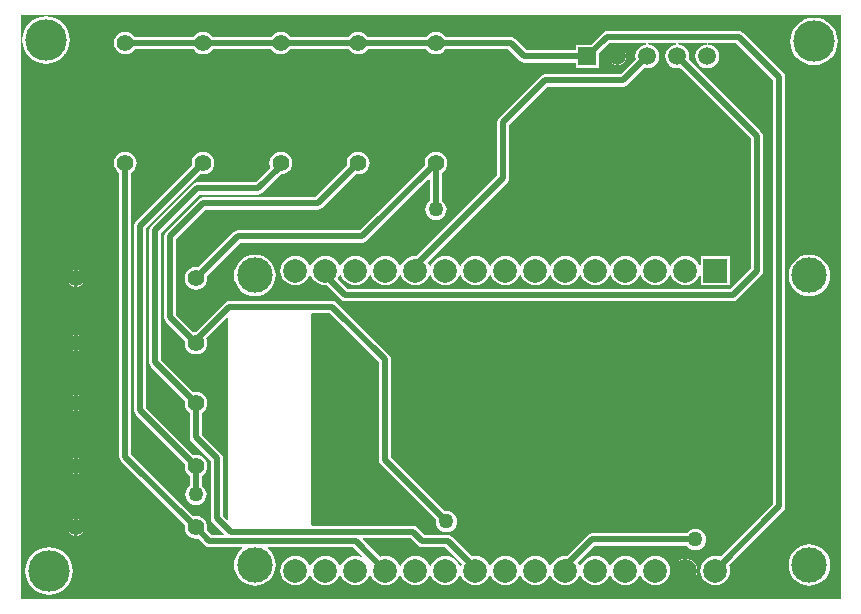
<source format=gtl>
G04 Layer_Physical_Order=1*
G04 Layer_Color=255*
%FSLAX25Y25*%
%MOIN*%
G70*
G01*
G75*
%ADD10C,0.01969*%
%ADD11C,0.01000*%
%ADD12R,0.07874X0.07874*%
%ADD13C,0.07874*%
%ADD14C,0.11811*%
%ADD15C,0.05512*%
%ADD16C,0.13780*%
%ADD17R,0.05906X0.05906*%
%ADD18C,0.05906*%
%ADD19C,0.05000*%
%ADD20C,0.02559*%
G36*
X484471Y213029D02*
X211029D01*
X211029Y407971D01*
X484471D01*
Y213029D01*
D02*
G37*
%LPC*%
G36*
X232214Y257000D02*
X230000D01*
Y254786D01*
X230219Y254815D01*
X230890Y255093D01*
X231466Y255535D01*
X231907Y256110D01*
X232185Y256781D01*
X232214Y257000D01*
D02*
G37*
G36*
X229000Y260214D02*
X228781Y260185D01*
X228110Y259907D01*
X227535Y259466D01*
X227093Y258890D01*
X226815Y258219D01*
X226786Y258000D01*
X229000D01*
Y260214D01*
D02*
G37*
G36*
X323625Y362288D02*
X322644Y362159D01*
X321731Y361781D01*
X320946Y361179D01*
X320344Y360394D01*
X319966Y359481D01*
X319837Y358500D01*
X319945Y357681D01*
X309287Y347023D01*
X272000D01*
X271226Y346869D01*
X270569Y346431D01*
X259569Y335431D01*
X259131Y334774D01*
X258977Y334000D01*
Y307000D01*
X259131Y306226D01*
X259569Y305569D01*
X265820Y299319D01*
X265712Y298500D01*
X265841Y297519D01*
X266219Y296606D01*
X266821Y295821D01*
X267606Y295219D01*
X268519Y294841D01*
X269500Y294712D01*
X270480Y294841D01*
X271394Y295219D01*
X272179Y295821D01*
X272781Y296606D01*
X273159Y297519D01*
X273288Y298500D01*
X273159Y299481D01*
X272932Y300029D01*
X279802Y306900D01*
X280264Y306708D01*
Y239810D01*
X279802Y239619D01*
X278523Y240898D01*
Y260000D01*
X278369Y260774D01*
X277931Y261431D01*
X271523Y267838D01*
Y275318D01*
X272179Y275821D01*
X272781Y276606D01*
X273159Y277519D01*
X273288Y278500D01*
X273159Y279481D01*
X272781Y280394D01*
X272179Y281179D01*
X271394Y281781D01*
X270480Y282159D01*
X269500Y282288D01*
X268681Y282181D01*
X258023Y292838D01*
Y335162D01*
X270838Y347977D01*
X290209D01*
X290983Y348131D01*
X291639Y348569D01*
X297786Y354716D01*
X298730Y354841D01*
X299644Y355219D01*
X300429Y355821D01*
X301031Y356606D01*
X301409Y357520D01*
X301538Y358500D01*
X301409Y359481D01*
X301031Y360394D01*
X300429Y361179D01*
X299644Y361781D01*
X298730Y362159D01*
X297750Y362288D01*
X296769Y362159D01*
X295856Y361781D01*
X295071Y361179D01*
X294469Y360394D01*
X294091Y359481D01*
X293962Y358500D01*
X294091Y357520D01*
X294318Y356971D01*
X289371Y352023D01*
X270000D01*
X269226Y351869D01*
X268569Y351431D01*
X254569Y337431D01*
X254131Y336774D01*
X253977Y336000D01*
Y292000D01*
X254131Y291226D01*
X254569Y290569D01*
X265820Y279319D01*
X265712Y278500D01*
X265841Y277519D01*
X266219Y276606D01*
X266821Y275821D01*
X267477Y275318D01*
Y267000D01*
X267631Y266226D01*
X268069Y265569D01*
X274477Y259162D01*
Y240060D01*
X274631Y239286D01*
X275069Y238629D01*
X278714Y234985D01*
X278522Y234523D01*
X274838D01*
X273181Y236181D01*
X273288Y237000D01*
X273159Y237981D01*
X272781Y238894D01*
X272179Y239679D01*
X271394Y240281D01*
X270480Y240659D01*
X269500Y240788D01*
X268681Y240681D01*
X248023Y261338D01*
Y355318D01*
X248679Y355821D01*
X249281Y356606D01*
X249659Y357520D01*
X249788Y358500D01*
X249659Y359481D01*
X249281Y360394D01*
X248679Y361179D01*
X247894Y361781D01*
X246981Y362159D01*
X246000Y362288D01*
X245020Y362159D01*
X244106Y361781D01*
X243321Y361179D01*
X242719Y360394D01*
X242341Y359481D01*
X242212Y358500D01*
X242341Y357520D01*
X242719Y356606D01*
X243321Y355821D01*
X243977Y355318D01*
Y260500D01*
X244131Y259726D01*
X244569Y259069D01*
X265820Y237819D01*
X265712Y237000D01*
X265841Y236019D01*
X266219Y235106D01*
X266821Y234321D01*
X267606Y233719D01*
X268519Y233341D01*
X269500Y233212D01*
X270319Y233319D01*
X272569Y231069D01*
X273226Y230631D01*
X274000Y230477D01*
X284767D01*
X284946Y229977D01*
X284251Y229407D01*
X283388Y228355D01*
X282747Y227155D01*
X282352Y225854D01*
X282219Y224500D01*
X282352Y223146D01*
X282747Y221845D01*
X283388Y220645D01*
X284251Y219593D01*
X285302Y218730D01*
X286502Y218089D01*
X287804Y217694D01*
X289158Y217561D01*
X290511Y217694D01*
X291813Y218089D01*
X293012Y218730D01*
X294064Y219593D01*
X294927Y220645D01*
X295568Y221845D01*
X295963Y223146D01*
X296096Y224500D01*
X295963Y225854D01*
X295568Y227155D01*
X294927Y228355D01*
X294064Y229407D01*
X293369Y229977D01*
X293548Y230477D01*
X321973D01*
X324802Y227648D01*
X324519Y227224D01*
X323950Y227460D01*
X322661Y227629D01*
X321373Y227460D01*
X320172Y226962D01*
X319140Y226171D01*
X318349Y225139D01*
X317932Y224133D01*
X317391D01*
X316974Y225139D01*
X316182Y226171D01*
X315151Y226962D01*
X313950Y227460D01*
X312661Y227629D01*
X311373Y227460D01*
X310172Y226962D01*
X309140Y226171D01*
X308349Y225139D01*
X307932Y224133D01*
X307391D01*
X306974Y225139D01*
X306183Y226171D01*
X305151Y226962D01*
X303950Y227460D01*
X302661Y227629D01*
X301373Y227460D01*
X300172Y226962D01*
X299140Y226171D01*
X298349Y225139D01*
X297851Y223938D01*
X297682Y222650D01*
X297851Y221361D01*
X298349Y220160D01*
X299140Y219128D01*
X300172Y218337D01*
X301373Y217840D01*
X302661Y217670D01*
X303950Y217840D01*
X305151Y218337D01*
X306183Y219128D01*
X306974Y220160D01*
X307391Y221166D01*
X307932D01*
X308349Y220160D01*
X309140Y219128D01*
X310172Y218337D01*
X311373Y217840D01*
X312661Y217670D01*
X313950Y217840D01*
X315151Y218337D01*
X316182Y219128D01*
X316974Y220160D01*
X317391Y221166D01*
X317932D01*
X318349Y220160D01*
X319140Y219128D01*
X320172Y218337D01*
X321373Y217840D01*
X322661Y217670D01*
X323950Y217840D01*
X325151Y218337D01*
X326183Y219128D01*
X326974Y220160D01*
X327391Y221166D01*
X327932D01*
X328349Y220160D01*
X329140Y219128D01*
X330172Y218337D01*
X331373Y217840D01*
X332661Y217670D01*
X333950Y217840D01*
X335151Y218337D01*
X336182Y219128D01*
X336974Y220160D01*
X337391Y221166D01*
X337932D01*
X338349Y220160D01*
X339140Y219128D01*
X340172Y218337D01*
X341373Y217840D01*
X342661Y217670D01*
X343950Y217840D01*
X345151Y218337D01*
X346182Y219128D01*
X346974Y220160D01*
X347391Y221166D01*
X347932D01*
X348349Y220160D01*
X349140Y219128D01*
X350172Y218337D01*
X351373Y217840D01*
X352661Y217670D01*
X353950Y217840D01*
X355151Y218337D01*
X356183Y219128D01*
X356974Y220160D01*
X357391Y221166D01*
X357932D01*
X358349Y220160D01*
X359140Y219128D01*
X360172Y218337D01*
X361373Y217840D01*
X362661Y217670D01*
X363950Y217840D01*
X365151Y218337D01*
X366182Y219128D01*
X366974Y220160D01*
X367391Y221166D01*
X367932D01*
X368349Y220160D01*
X369140Y219128D01*
X370172Y218337D01*
X371373Y217840D01*
X372661Y217670D01*
X373950Y217840D01*
X375151Y218337D01*
X376183Y219128D01*
X376974Y220160D01*
X377391Y221166D01*
X377932D01*
X378349Y220160D01*
X379140Y219128D01*
X380172Y218337D01*
X381373Y217840D01*
X382661Y217670D01*
X383950Y217840D01*
X385151Y218337D01*
X386182Y219128D01*
X386974Y220160D01*
X387391Y221166D01*
X387932D01*
X388349Y220160D01*
X389140Y219128D01*
X390172Y218337D01*
X391373Y217840D01*
X392661Y217670D01*
X393950Y217840D01*
X395151Y218337D01*
X396182Y219128D01*
X396974Y220160D01*
X397391Y221166D01*
X397932D01*
X398349Y220160D01*
X399140Y219128D01*
X400172Y218337D01*
X401373Y217840D01*
X402661Y217670D01*
X403950Y217840D01*
X405151Y218337D01*
X406182Y219128D01*
X406974Y220160D01*
X407391Y221166D01*
X407932D01*
X408349Y220160D01*
X409140Y219128D01*
X410172Y218337D01*
X411373Y217840D01*
X412661Y217670D01*
X413950Y217840D01*
X415151Y218337D01*
X416183Y219128D01*
X416974Y220160D01*
X417391Y221166D01*
X417932D01*
X418349Y220160D01*
X419140Y219128D01*
X420172Y218337D01*
X421373Y217840D01*
X422661Y217670D01*
X423950Y217840D01*
X425151Y218337D01*
X426183Y219128D01*
X426974Y220160D01*
X427471Y221361D01*
X427641Y222650D01*
X427471Y223938D01*
X426974Y225139D01*
X426183Y226171D01*
X425151Y226962D01*
X423950Y227460D01*
X422661Y227629D01*
X421373Y227460D01*
X420172Y226962D01*
X419140Y226171D01*
X418349Y225139D01*
X417932Y224133D01*
X417391D01*
X416974Y225139D01*
X416183Y226171D01*
X415151Y226962D01*
X413950Y227460D01*
X412661Y227629D01*
X411373Y227460D01*
X410172Y226962D01*
X409140Y226171D01*
X408349Y225139D01*
X407932Y224133D01*
X407391D01*
X406974Y225139D01*
X406182Y226171D01*
X405151Y226962D01*
X403950Y227460D01*
X402661Y227629D01*
X401373Y227460D01*
X400172Y226962D01*
X399140Y226171D01*
X398349Y225139D01*
X397932Y224133D01*
X397391D01*
X396974Y225139D01*
X396768Y225407D01*
X402338Y230977D01*
X433141D01*
X433504Y230504D01*
X434235Y229943D01*
X435086Y229590D01*
X436000Y229470D01*
X436914Y229590D01*
X437765Y229943D01*
X438496Y230504D01*
X439057Y231235D01*
X439410Y232086D01*
X439530Y233000D01*
X439410Y233914D01*
X439057Y234765D01*
X438496Y235496D01*
X437765Y236057D01*
X436914Y236410D01*
X436000Y236530D01*
X435086Y236410D01*
X434235Y236057D01*
X433504Y235496D01*
X433141Y235023D01*
X401500D01*
X400726Y234869D01*
X400069Y234431D01*
X393197Y227559D01*
X392661Y227629D01*
X391373Y227460D01*
X390172Y226962D01*
X389140Y226171D01*
X388349Y225139D01*
X387932Y224133D01*
X387391D01*
X386974Y225139D01*
X386182Y226171D01*
X385151Y226962D01*
X383950Y227460D01*
X382661Y227629D01*
X381373Y227460D01*
X380172Y226962D01*
X379140Y226171D01*
X378349Y225139D01*
X377932Y224133D01*
X377391D01*
X376974Y225139D01*
X376183Y226171D01*
X375151Y226962D01*
X373950Y227460D01*
X372661Y227629D01*
X371373Y227460D01*
X370172Y226962D01*
X369140Y226171D01*
X368349Y225139D01*
X367932Y224133D01*
X367391D01*
X366974Y225139D01*
X366182Y226171D01*
X365151Y226962D01*
X363950Y227460D01*
X362661Y227629D01*
X361398Y227463D01*
X354931Y233931D01*
X354274Y234369D01*
X353500Y234523D01*
X345838D01*
X343431Y236931D01*
X342774Y237369D01*
X342000Y237523D01*
X308219D01*
X307842Y238023D01*
X307854Y238083D01*
Y307728D01*
X307805Y307977D01*
X308032Y308371D01*
X308138Y308477D01*
X314162D01*
X330477Y292162D01*
Y259500D01*
X330631Y258726D01*
X331069Y258069D01*
X349548Y239591D01*
X349470Y239000D01*
X349590Y238086D01*
X349943Y237235D01*
X350504Y236504D01*
X351235Y235943D01*
X352086Y235590D01*
X353000Y235470D01*
X353914Y235590D01*
X354765Y235943D01*
X355496Y236504D01*
X356057Y237235D01*
X356410Y238086D01*
X356530Y239000D01*
X356410Y239914D01*
X356057Y240765D01*
X355496Y241496D01*
X354765Y242057D01*
X353914Y242410D01*
X353000Y242530D01*
X352409Y242452D01*
X334523Y260338D01*
Y293000D01*
X334369Y293774D01*
X333931Y294431D01*
X316431Y311931D01*
X315774Y312369D01*
X315000Y312523D01*
X280541D01*
X279767Y312369D01*
X279111Y311931D01*
X269464Y302284D01*
X268681Y302181D01*
X263023Y307838D01*
Y333162D01*
X272838Y342977D01*
X310125D01*
X310899Y343131D01*
X311556Y343569D01*
X322806Y354819D01*
X323625Y354712D01*
X324605Y354841D01*
X325519Y355219D01*
X326304Y355821D01*
X326906Y356606D01*
X327284Y357520D01*
X327413Y358500D01*
X327284Y359481D01*
X326906Y360394D01*
X326304Y361179D01*
X325519Y361781D01*
X324605Y362159D01*
X323625Y362288D01*
D02*
G37*
G36*
X229000Y257000D02*
X226786D01*
X226815Y256781D01*
X227093Y256110D01*
X227535Y255535D01*
X228110Y255093D01*
X228781Y254815D01*
X229000Y254786D01*
Y257000D01*
D02*
G37*
G36*
X230000Y260214D02*
Y258000D01*
X232214D01*
X232185Y258219D01*
X231907Y258890D01*
X231466Y259466D01*
X230890Y259907D01*
X230219Y260185D01*
X230000Y260214D01*
D02*
G37*
G36*
X229000Y281214D02*
X228781Y281185D01*
X228110Y280907D01*
X227535Y280466D01*
X227093Y279890D01*
X226815Y279219D01*
X226786Y279000D01*
X229000D01*
Y281214D01*
D02*
G37*
G36*
X230000D02*
Y279000D01*
X232214D01*
X232185Y279219D01*
X231907Y279890D01*
X231466Y280466D01*
X230890Y280907D01*
X230219Y281185D01*
X230000Y281214D01*
D02*
G37*
G36*
X229000Y278000D02*
X226786D01*
X226815Y277781D01*
X227093Y277110D01*
X227535Y276535D01*
X228110Y276093D01*
X228781Y275815D01*
X229000Y275786D01*
Y278000D01*
D02*
G37*
G36*
X232214D02*
X230000D01*
Y275786D01*
X230219Y275815D01*
X230890Y276093D01*
X231466Y276535D01*
X231907Y277110D01*
X232185Y277781D01*
X232214Y278000D01*
D02*
G37*
G36*
X230000Y239714D02*
Y237500D01*
X232214D01*
X232185Y237719D01*
X231907Y238390D01*
X231466Y238966D01*
X230890Y239407D01*
X230219Y239685D01*
X230000Y239714D01*
D02*
G37*
G36*
X432161Y222150D02*
X428756D01*
X428826Y221622D01*
X429222Y220664D01*
X429853Y219842D01*
X430676Y219211D01*
X431634Y218814D01*
X432161Y218744D01*
Y222150D01*
D02*
G37*
G36*
X436567D02*
X433161D01*
Y218744D01*
X433689Y218814D01*
X434647Y219211D01*
X435469Y219842D01*
X436100Y220664D01*
X436497Y221622D01*
X436567Y222150D01*
D02*
G37*
G36*
X220500Y230428D02*
X218953Y230276D01*
X217466Y229824D01*
X216095Y229092D01*
X214894Y228106D01*
X213908Y226905D01*
X213176Y225534D01*
X212724Y224047D01*
X212572Y222500D01*
X212724Y220953D01*
X213176Y219466D01*
X213908Y218095D01*
X214894Y216894D01*
X216095Y215908D01*
X217466Y215176D01*
X218953Y214724D01*
X220500Y214572D01*
X222047Y214724D01*
X223534Y215176D01*
X224904Y215908D01*
X226106Y216894D01*
X227092Y218095D01*
X227824Y219466D01*
X228276Y220953D01*
X228428Y222500D01*
X228276Y224047D01*
X227824Y225534D01*
X227092Y226905D01*
X226106Y228106D01*
X224904Y229092D01*
X223534Y229824D01*
X222047Y230276D01*
X220500Y230428D01*
D02*
G37*
G36*
X474000Y231439D02*
X472646Y231306D01*
X471345Y230911D01*
X470145Y230270D01*
X469093Y229407D01*
X468230Y228355D01*
X467589Y227155D01*
X467194Y225854D01*
X467061Y224500D01*
X467194Y223146D01*
X467589Y221845D01*
X468230Y220645D01*
X469093Y219593D01*
X470145Y218730D01*
X471345Y218089D01*
X472646Y217694D01*
X474000Y217561D01*
X475354Y217694D01*
X476655Y218089D01*
X477855Y218730D01*
X478907Y219593D01*
X479770Y220645D01*
X480411Y221845D01*
X480806Y223146D01*
X480939Y224500D01*
X480806Y225854D01*
X480411Y227155D01*
X479770Y228355D01*
X478907Y229407D01*
X477855Y230270D01*
X476655Y230911D01*
X475354Y231306D01*
X474000Y231439D01*
D02*
G37*
G36*
X432161Y226555D02*
X431634Y226485D01*
X430676Y226089D01*
X429853Y225458D01*
X429222Y224635D01*
X428826Y223677D01*
X428756Y223150D01*
X432161D01*
Y226555D01*
D02*
G37*
G36*
X232214Y236500D02*
X230000D01*
Y234286D01*
X230219Y234315D01*
X230890Y234593D01*
X231466Y235034D01*
X231907Y235610D01*
X232185Y236281D01*
X232214Y236500D01*
D02*
G37*
G36*
X229000Y239714D02*
X228781Y239685D01*
X228110Y239407D01*
X227535Y238966D01*
X227093Y238390D01*
X226815Y237719D01*
X226786Y237500D01*
X229000D01*
Y239714D01*
D02*
G37*
G36*
X433161Y226555D02*
Y223150D01*
X436567D01*
X436497Y223677D01*
X436100Y224635D01*
X435469Y225458D01*
X434647Y226089D01*
X433689Y226485D01*
X433161Y226555D01*
D02*
G37*
G36*
X229000Y236500D02*
X226786D01*
X226815Y236281D01*
X227093Y235610D01*
X227535Y235034D01*
X228110Y234593D01*
X228781Y234315D01*
X229000Y234286D01*
Y236500D01*
D02*
G37*
G36*
X475500Y406928D02*
X473953Y406776D01*
X472466Y406324D01*
X471096Y405592D01*
X469894Y404606D01*
X468908Y403405D01*
X468176Y402034D01*
X467724Y400547D01*
X467572Y399000D01*
X467724Y397453D01*
X468176Y395966D01*
X468908Y394596D01*
X469894Y393394D01*
X471096Y392408D01*
X472466Y391675D01*
X473953Y391224D01*
X475500Y391072D01*
X477047Y391224D01*
X478534Y391675D01*
X479905Y392408D01*
X481106Y393394D01*
X482092Y394596D01*
X482825Y395966D01*
X483276Y397453D01*
X483428Y399000D01*
X483276Y400547D01*
X482825Y402034D01*
X482092Y403405D01*
X481106Y404606D01*
X479905Y405592D01*
X478534Y406324D01*
X477047Y406776D01*
X475500Y406928D01*
D02*
G37*
G36*
X409500Y393500D02*
X407088D01*
X407123Y393229D01*
X407421Y392511D01*
X407894Y391894D01*
X408511Y391421D01*
X409229Y391123D01*
X409500Y391088D01*
Y393500D01*
D02*
G37*
G36*
X349500Y362288D02*
X348519Y362159D01*
X347606Y361781D01*
X346821Y361179D01*
X346219Y360394D01*
X345841Y359481D01*
X345712Y358500D01*
X345819Y357681D01*
X324162Y336023D01*
X283500D01*
X282726Y335869D01*
X282069Y335431D01*
X270319Y323680D01*
X269500Y323788D01*
X268519Y323659D01*
X267606Y323281D01*
X266821Y322679D01*
X266219Y321894D01*
X265841Y320981D01*
X265712Y320000D01*
X265841Y319020D01*
X266219Y318106D01*
X266821Y317321D01*
X267606Y316719D01*
X268519Y316341D01*
X269500Y316212D01*
X270480Y316341D01*
X271394Y316719D01*
X272179Y317321D01*
X272781Y318106D01*
X273159Y319020D01*
X273288Y320000D01*
X273181Y320819D01*
X284338Y331977D01*
X325000D01*
X325774Y332131D01*
X326431Y332569D01*
X347015Y353154D01*
X347477Y352962D01*
Y345859D01*
X347004Y345496D01*
X346443Y344765D01*
X346090Y343914D01*
X345970Y343000D01*
X346090Y342086D01*
X346443Y341235D01*
X347004Y340504D01*
X347735Y339943D01*
X348586Y339590D01*
X349500Y339470D01*
X350414Y339590D01*
X351265Y339943D01*
X351996Y340504D01*
X352557Y341235D01*
X352910Y342086D01*
X353030Y343000D01*
X352910Y343914D01*
X352557Y344765D01*
X351996Y345496D01*
X351523Y345859D01*
Y355318D01*
X352179Y355821D01*
X352781Y356606D01*
X353159Y357520D01*
X353288Y358500D01*
X353159Y359481D01*
X352781Y360394D01*
X352179Y361179D01*
X351394Y361781D01*
X350481Y362159D01*
X349500Y362288D01*
D02*
G37*
G36*
X271875D02*
X270895Y362159D01*
X269981Y361781D01*
X269196Y361179D01*
X268594Y360394D01*
X268216Y359481D01*
X268087Y358500D01*
X268195Y357681D01*
X249569Y339056D01*
X249131Y338399D01*
X248977Y337625D01*
Y276000D01*
X249131Y275226D01*
X249569Y274569D01*
X265820Y258319D01*
X265712Y257500D01*
X265841Y256520D01*
X266219Y255606D01*
X266821Y254821D01*
X267477Y254318D01*
Y250859D01*
X267004Y250496D01*
X266443Y249765D01*
X266090Y248914D01*
X265970Y248000D01*
X266090Y247086D01*
X266443Y246235D01*
X267004Y245504D01*
X267735Y244943D01*
X268586Y244590D01*
X269500Y244470D01*
X270414Y244590D01*
X271265Y244943D01*
X271996Y245504D01*
X272557Y246235D01*
X272910Y247086D01*
X273030Y248000D01*
X272910Y248914D01*
X272557Y249765D01*
X271996Y250496D01*
X271523Y250859D01*
Y254318D01*
X272179Y254821D01*
X272781Y255606D01*
X273159Y256520D01*
X273288Y257500D01*
X273159Y258481D01*
X272781Y259394D01*
X272179Y260179D01*
X271394Y260781D01*
X270480Y261159D01*
X269500Y261288D01*
X268681Y261180D01*
X253023Y276838D01*
Y336787D01*
X271056Y354819D01*
X271875Y354712D01*
X272855Y354841D01*
X273769Y355219D01*
X274554Y355821D01*
X275156Y356606D01*
X275534Y357520D01*
X275663Y358500D01*
X275534Y359481D01*
X275156Y360394D01*
X274554Y361179D01*
X273769Y361781D01*
X272855Y362159D01*
X271875Y362288D01*
D02*
G37*
G36*
X412912Y393500D02*
X410500D01*
Y391088D01*
X410771Y391123D01*
X411489Y391421D01*
X412106Y391894D01*
X412579Y392511D01*
X412877Y393229D01*
X412912Y393500D01*
D02*
G37*
G36*
X410500Y396912D02*
Y394500D01*
X412912D01*
X412877Y394771D01*
X412579Y395489D01*
X412106Y396106D01*
X411489Y396579D01*
X410771Y396877D01*
X410500Y396912D01*
D02*
G37*
G36*
X450500Y402523D02*
X406500D01*
X405726Y402369D01*
X405069Y401931D01*
X401092Y397953D01*
X396047D01*
Y396023D01*
X379838D01*
X375931Y399931D01*
X375274Y400369D01*
X374500Y400523D01*
X352682D01*
X352179Y401179D01*
X351394Y401781D01*
X350481Y402159D01*
X349500Y402288D01*
X348519Y402159D01*
X347606Y401781D01*
X346821Y401179D01*
X346318Y400523D01*
X326807D01*
X326304Y401179D01*
X325519Y401781D01*
X324605Y402159D01*
X323625Y402288D01*
X322644Y402159D01*
X321731Y401781D01*
X320946Y401179D01*
X320443Y400523D01*
X300932D01*
X300429Y401179D01*
X299644Y401781D01*
X298730Y402159D01*
X297750Y402288D01*
X296769Y402159D01*
X295856Y401781D01*
X295071Y401179D01*
X294568Y400523D01*
X275057D01*
X274554Y401179D01*
X273769Y401781D01*
X272855Y402159D01*
X271875Y402288D01*
X270895Y402159D01*
X269981Y401781D01*
X269196Y401179D01*
X268693Y400523D01*
X249182D01*
X248679Y401179D01*
X247894Y401781D01*
X246981Y402159D01*
X246000Y402288D01*
X245020Y402159D01*
X244106Y401781D01*
X243321Y401179D01*
X242719Y400394D01*
X242341Y399481D01*
X242212Y398500D01*
X242341Y397519D01*
X242719Y396606D01*
X243321Y395821D01*
X244106Y395219D01*
X245020Y394841D01*
X246000Y394712D01*
X246981Y394841D01*
X247894Y395219D01*
X248679Y395821D01*
X249182Y396477D01*
X268693D01*
X269196Y395821D01*
X269981Y395219D01*
X270895Y394841D01*
X271875Y394712D01*
X272855Y394841D01*
X273769Y395219D01*
X274554Y395821D01*
X275057Y396477D01*
X294568D01*
X295071Y395821D01*
X295856Y395219D01*
X296769Y394841D01*
X297750Y394712D01*
X298730Y394841D01*
X299644Y395219D01*
X300429Y395821D01*
X300932Y396477D01*
X320443D01*
X320946Y395821D01*
X321731Y395219D01*
X322644Y394841D01*
X323625Y394712D01*
X324605Y394841D01*
X325519Y395219D01*
X326304Y395821D01*
X326807Y396477D01*
X346318D01*
X346821Y395821D01*
X347606Y395219D01*
X348519Y394841D01*
X349500Y394712D01*
X350481Y394841D01*
X351394Y395219D01*
X352179Y395821D01*
X352682Y396477D01*
X373662D01*
X377569Y392569D01*
X378226Y392131D01*
X379000Y391977D01*
X396047D01*
Y390047D01*
X403953D01*
Y395092D01*
X407338Y398477D01*
X419607D01*
X419644Y398444D01*
X419625Y398205D01*
X419483Y397919D01*
X418968Y397851D01*
X418007Y397453D01*
X417181Y396819D01*
X416547Y395993D01*
X416149Y395032D01*
X416013Y394000D01*
X416144Y393005D01*
X411162Y388023D01*
X386000D01*
X385226Y387869D01*
X384569Y387431D01*
X370569Y373431D01*
X370131Y372774D01*
X369977Y372000D01*
Y354338D01*
X343197Y327559D01*
X342661Y327629D01*
X341373Y327460D01*
X340172Y326962D01*
X339140Y326171D01*
X338349Y325139D01*
X337932Y324133D01*
X337391D01*
X336974Y325139D01*
X336182Y326171D01*
X335151Y326962D01*
X333950Y327460D01*
X332661Y327629D01*
X331373Y327460D01*
X330172Y326962D01*
X329140Y326171D01*
X328349Y325139D01*
X327932Y324133D01*
X327391D01*
X326974Y325139D01*
X326183Y326171D01*
X325151Y326962D01*
X323950Y327460D01*
X322661Y327629D01*
X321373Y327460D01*
X320172Y326962D01*
X319140Y326171D01*
X318349Y325139D01*
X317932Y324133D01*
X317391D01*
X316974Y325139D01*
X316182Y326171D01*
X315151Y326962D01*
X313950Y327460D01*
X312661Y327629D01*
X311373Y327460D01*
X310172Y326962D01*
X309140Y326171D01*
X308349Y325139D01*
X307932Y324133D01*
X307391D01*
X306974Y325139D01*
X306183Y326171D01*
X305151Y326962D01*
X303950Y327460D01*
X302661Y327629D01*
X301373Y327460D01*
X300172Y326962D01*
X299140Y326171D01*
X298349Y325139D01*
X297851Y323938D01*
X297682Y322650D01*
X297851Y321361D01*
X298349Y320160D01*
X299140Y319128D01*
X300172Y318337D01*
X301373Y317840D01*
X302661Y317670D01*
X303950Y317840D01*
X305151Y318337D01*
X306183Y319128D01*
X306974Y320160D01*
X307391Y321166D01*
X307932D01*
X308349Y320160D01*
X309140Y319128D01*
X310172Y318337D01*
X311373Y317840D01*
X312661Y317670D01*
X313121Y317730D01*
X317782Y313069D01*
X318439Y312631D01*
X319213Y312477D01*
X448500D01*
X449274Y312631D01*
X449931Y313069D01*
X457931Y321069D01*
X458369Y321726D01*
X458523Y322500D01*
Y367500D01*
X458369Y368274D01*
X457931Y368931D01*
X433856Y393005D01*
X433987Y394000D01*
X433851Y395032D01*
X433453Y395993D01*
X432819Y396819D01*
X431993Y397453D01*
X431032Y397851D01*
X430517Y397919D01*
X430375Y398205D01*
X430356Y398444D01*
X430393Y398477D01*
X439891D01*
X439924Y397977D01*
X439602Y397935D01*
X438968Y397851D01*
X438007Y397453D01*
X437181Y396819D01*
X436547Y395993D01*
X436149Y395032D01*
X436013Y394000D01*
X436149Y392968D01*
X436547Y392007D01*
X437181Y391181D01*
X438007Y390547D01*
X438968Y390149D01*
X440000Y390013D01*
X441032Y390149D01*
X441993Y390547D01*
X442819Y391181D01*
X443453Y392007D01*
X443851Y392968D01*
X443987Y394000D01*
X443851Y395032D01*
X443453Y395993D01*
X442819Y396819D01*
X441993Y397453D01*
X441032Y397851D01*
X440398Y397935D01*
X440076Y397977D01*
X440109Y398477D01*
X449662D01*
X461977Y386162D01*
Y244826D01*
X444417Y227266D01*
X443950Y227460D01*
X442661Y227629D01*
X441373Y227460D01*
X440172Y226962D01*
X439140Y226171D01*
X438349Y225139D01*
X437851Y223938D01*
X437682Y222650D01*
X437851Y221361D01*
X438349Y220160D01*
X439140Y219128D01*
X440172Y218337D01*
X441373Y217840D01*
X442661Y217670D01*
X443950Y217840D01*
X445151Y218337D01*
X446182Y219128D01*
X446974Y220160D01*
X447471Y221361D01*
X447641Y222650D01*
X447471Y223938D01*
X447278Y224405D01*
X465431Y242558D01*
X465869Y243214D01*
X466023Y243988D01*
Y387000D01*
X465869Y387774D01*
X465431Y388431D01*
X451931Y401931D01*
X451274Y402369D01*
X450500Y402523D01*
D02*
G37*
G36*
X219500Y407428D02*
X217953Y407276D01*
X216466Y406824D01*
X215095Y406092D01*
X213894Y405106D01*
X212908Y403904D01*
X212175Y402534D01*
X211724Y401047D01*
X211572Y399500D01*
X211724Y397953D01*
X212175Y396466D01*
X212908Y395095D01*
X213894Y393894D01*
X215095Y392908D01*
X216466Y392176D01*
X217953Y391724D01*
X219500Y391572D01*
X221047Y391724D01*
X222534Y392176D01*
X223904Y392908D01*
X225106Y393894D01*
X226092Y395095D01*
X226824Y396466D01*
X227276Y397953D01*
X227428Y399500D01*
X227276Y401047D01*
X226824Y402534D01*
X226092Y403904D01*
X225106Y405106D01*
X223904Y406092D01*
X222534Y406824D01*
X221047Y407276D01*
X219500Y407428D01*
D02*
G37*
G36*
X409500Y396912D02*
X409229Y396877D01*
X408511Y396579D01*
X407894Y396106D01*
X407421Y395489D01*
X407123Y394771D01*
X407088Y394500D01*
X409500D01*
Y396912D01*
D02*
G37*
G36*
X230000Y322714D02*
Y320500D01*
X232214D01*
X232185Y320719D01*
X231907Y321390D01*
X231466Y321966D01*
X230890Y322407D01*
X230219Y322685D01*
X230000Y322714D01*
D02*
G37*
G36*
Y301214D02*
Y299000D01*
X232214D01*
X232185Y299219D01*
X231907Y299890D01*
X231466Y300465D01*
X230890Y300907D01*
X230219Y301185D01*
X230000Y301214D01*
D02*
G37*
G36*
X289158Y327935D02*
X287804Y327802D01*
X286502Y327407D01*
X285302Y326766D01*
X284251Y325903D01*
X283388Y324851D01*
X282747Y323652D01*
X282352Y322350D01*
X282219Y320996D01*
X282352Y319642D01*
X282747Y318341D01*
X283388Y317141D01*
X284251Y316090D01*
X285302Y315227D01*
X286502Y314585D01*
X287804Y314191D01*
X289158Y314057D01*
X290511Y314191D01*
X291813Y314585D01*
X293012Y315227D01*
X294064Y316090D01*
X294927Y317141D01*
X295568Y318341D01*
X295963Y319642D01*
X296096Y320996D01*
X295963Y322350D01*
X295568Y323652D01*
X294927Y324851D01*
X294064Y325903D01*
X293012Y326766D01*
X291813Y327407D01*
X290511Y327802D01*
X289158Y327935D01*
D02*
G37*
G36*
X229000Y301214D02*
X228781Y301185D01*
X228110Y300907D01*
X227535Y300465D01*
X227093Y299890D01*
X226815Y299219D01*
X226786Y299000D01*
X229000D01*
Y301214D01*
D02*
G37*
G36*
Y298000D02*
X226786D01*
X226815Y297781D01*
X227093Y297110D01*
X227535Y296534D01*
X228110Y296093D01*
X228781Y295815D01*
X229000Y295786D01*
Y298000D01*
D02*
G37*
G36*
X232214D02*
X230000D01*
Y295786D01*
X230219Y295815D01*
X230890Y296093D01*
X231466Y296534D01*
X231907Y297110D01*
X232185Y297781D01*
X232214Y298000D01*
D02*
G37*
G36*
X474000Y327935D02*
X472646Y327802D01*
X471345Y327407D01*
X470145Y326766D01*
X469093Y325903D01*
X468230Y324851D01*
X467589Y323652D01*
X467194Y322350D01*
X467061Y320996D01*
X467194Y319642D01*
X467589Y318341D01*
X468230Y317141D01*
X469093Y316090D01*
X470145Y315227D01*
X471345Y314585D01*
X472646Y314191D01*
X474000Y314057D01*
X475354Y314191D01*
X476655Y314585D01*
X477855Y315227D01*
X478907Y316090D01*
X479770Y317141D01*
X480411Y318341D01*
X480806Y319642D01*
X480939Y320996D01*
X480806Y322350D01*
X480411Y323652D01*
X479770Y324851D01*
X478907Y325903D01*
X477855Y326766D01*
X476655Y327407D01*
X475354Y327802D01*
X474000Y327935D01*
D02*
G37*
G36*
X232214Y319500D02*
X230000D01*
Y317286D01*
X230219Y317315D01*
X230890Y317593D01*
X231466Y318035D01*
X231907Y318610D01*
X232185Y319281D01*
X232214Y319500D01*
D02*
G37*
G36*
X229000Y322714D02*
X228781Y322685D01*
X228110Y322407D01*
X227535Y321966D01*
X227093Y321390D01*
X226815Y320719D01*
X226786Y320500D01*
X229000D01*
Y322714D01*
D02*
G37*
G36*
Y319500D02*
X226786D01*
X226815Y319281D01*
X227093Y318610D01*
X227535Y318035D01*
X228110Y317593D01*
X228781Y317315D01*
X229000Y317286D01*
Y319500D01*
D02*
G37*
%LPD*%
G36*
X343569Y231069D02*
X344226Y230631D01*
X345000Y230477D01*
X352662D01*
X358247Y224892D01*
X357932Y224133D01*
X357391D01*
X356974Y225139D01*
X356183Y226171D01*
X355151Y226962D01*
X353950Y227460D01*
X352661Y227629D01*
X351373Y227460D01*
X350172Y226962D01*
X349140Y226171D01*
X348349Y225139D01*
X347932Y224133D01*
X347391D01*
X346974Y225139D01*
X346182Y226171D01*
X345151Y226962D01*
X343950Y227460D01*
X342661Y227629D01*
X341373Y227460D01*
X340172Y226962D01*
X339140Y226171D01*
X338349Y225139D01*
X337932Y224133D01*
X337391D01*
X336974Y225139D01*
X336182Y226171D01*
X335151Y226962D01*
X333950Y227460D01*
X332661Y227629D01*
X331373Y227460D01*
X330906Y227266D01*
X325157Y233015D01*
X325349Y233477D01*
X341162D01*
X343569Y231069D01*
D02*
G37*
G36*
X429644Y398444D02*
X429625Y398205D01*
X429483Y397919D01*
X428968Y397851D01*
X428007Y397453D01*
X427181Y396819D01*
X426547Y395993D01*
X426149Y395032D01*
X426013Y394000D01*
X426149Y392968D01*
X426547Y392007D01*
X427181Y391181D01*
X428007Y390547D01*
X428968Y390149D01*
X430000Y390013D01*
X430995Y390144D01*
X454477Y366662D01*
Y323338D01*
X447662Y316523D01*
X320051D01*
X316731Y319843D01*
X316974Y320160D01*
X317391Y321166D01*
X317932D01*
X318349Y320160D01*
X319140Y319128D01*
X320172Y318337D01*
X321373Y317840D01*
X322661Y317670D01*
X323950Y317840D01*
X325151Y318337D01*
X326183Y319128D01*
X326974Y320160D01*
X327391Y321166D01*
X327932D01*
X328349Y320160D01*
X329140Y319128D01*
X330172Y318337D01*
X331373Y317840D01*
X332661Y317670D01*
X333950Y317840D01*
X335151Y318337D01*
X336182Y319128D01*
X336974Y320160D01*
X337391Y321166D01*
X337932D01*
X338349Y320160D01*
X339140Y319128D01*
X340172Y318337D01*
X341373Y317840D01*
X342661Y317670D01*
X343950Y317840D01*
X345151Y318337D01*
X346182Y319128D01*
X346974Y320160D01*
X347391Y321166D01*
X347932D01*
X348349Y320160D01*
X349140Y319128D01*
X350172Y318337D01*
X351373Y317840D01*
X352661Y317670D01*
X353950Y317840D01*
X355151Y318337D01*
X356183Y319128D01*
X356974Y320160D01*
X357391Y321166D01*
X357932D01*
X358349Y320160D01*
X359140Y319128D01*
X360172Y318337D01*
X361373Y317840D01*
X362661Y317670D01*
X363950Y317840D01*
X365151Y318337D01*
X366182Y319128D01*
X366974Y320160D01*
X367391Y321166D01*
X367932D01*
X368349Y320160D01*
X369140Y319128D01*
X370172Y318337D01*
X371373Y317840D01*
X372661Y317670D01*
X373950Y317840D01*
X375151Y318337D01*
X376183Y319128D01*
X376974Y320160D01*
X377391Y321166D01*
X377932D01*
X378349Y320160D01*
X379140Y319128D01*
X380172Y318337D01*
X381373Y317840D01*
X382661Y317670D01*
X383950Y317840D01*
X385151Y318337D01*
X386182Y319128D01*
X386974Y320160D01*
X387391Y321166D01*
X387932D01*
X388349Y320160D01*
X389140Y319128D01*
X390172Y318337D01*
X391373Y317840D01*
X392661Y317670D01*
X393950Y317840D01*
X395151Y318337D01*
X396182Y319128D01*
X396974Y320160D01*
X397391Y321166D01*
X397932D01*
X398349Y320160D01*
X399140Y319128D01*
X400172Y318337D01*
X401373Y317840D01*
X402661Y317670D01*
X403950Y317840D01*
X405151Y318337D01*
X406182Y319128D01*
X406974Y320160D01*
X407391Y321166D01*
X407932D01*
X408349Y320160D01*
X409140Y319128D01*
X410172Y318337D01*
X411373Y317840D01*
X412661Y317670D01*
X413950Y317840D01*
X415151Y318337D01*
X416183Y319128D01*
X416974Y320160D01*
X417391Y321166D01*
X417932D01*
X418349Y320160D01*
X419140Y319128D01*
X420172Y318337D01*
X421373Y317840D01*
X422661Y317670D01*
X423950Y317840D01*
X425151Y318337D01*
X426183Y319128D01*
X426974Y320160D01*
X427391Y321166D01*
X427932D01*
X428349Y320160D01*
X429140Y319128D01*
X430172Y318337D01*
X431373Y317840D01*
X432661Y317670D01*
X433950Y317840D01*
X435151Y318337D01*
X436182Y319128D01*
X436974Y320160D01*
X437224Y320765D01*
X437724Y320665D01*
Y317713D01*
X447598D01*
Y327587D01*
X437724D01*
Y324634D01*
X437224Y324535D01*
X436974Y325139D01*
X436182Y326171D01*
X435151Y326962D01*
X433950Y327460D01*
X432661Y327629D01*
X431373Y327460D01*
X430172Y326962D01*
X429140Y326171D01*
X428349Y325139D01*
X427932Y324133D01*
X427391D01*
X426974Y325139D01*
X426183Y326171D01*
X425151Y326962D01*
X423950Y327460D01*
X422661Y327629D01*
X421373Y327460D01*
X420172Y326962D01*
X419140Y326171D01*
X418349Y325139D01*
X417932Y324133D01*
X417391D01*
X416974Y325139D01*
X416183Y326171D01*
X415151Y326962D01*
X413950Y327460D01*
X412661Y327629D01*
X411373Y327460D01*
X410172Y326962D01*
X409140Y326171D01*
X408349Y325139D01*
X407932Y324133D01*
X407391D01*
X406974Y325139D01*
X406182Y326171D01*
X405151Y326962D01*
X403950Y327460D01*
X402661Y327629D01*
X401373Y327460D01*
X400172Y326962D01*
X399140Y326171D01*
X398349Y325139D01*
X397932Y324133D01*
X397391D01*
X396974Y325139D01*
X396182Y326171D01*
X395151Y326962D01*
X393950Y327460D01*
X392661Y327629D01*
X391373Y327460D01*
X390172Y326962D01*
X389140Y326171D01*
X388349Y325139D01*
X387932Y324133D01*
X387391D01*
X386974Y325139D01*
X386182Y326171D01*
X385151Y326962D01*
X383950Y327460D01*
X382661Y327629D01*
X381373Y327460D01*
X380172Y326962D01*
X379140Y326171D01*
X378349Y325139D01*
X377932Y324133D01*
X377391D01*
X376974Y325139D01*
X376183Y326171D01*
X375151Y326962D01*
X373950Y327460D01*
X372661Y327629D01*
X371373Y327460D01*
X370172Y326962D01*
X369140Y326171D01*
X368349Y325139D01*
X367932Y324133D01*
X367391D01*
X366974Y325139D01*
X366182Y326171D01*
X365151Y326962D01*
X363950Y327460D01*
X362661Y327629D01*
X361373Y327460D01*
X360172Y326962D01*
X359140Y326171D01*
X358349Y325139D01*
X357932Y324133D01*
X357391D01*
X356974Y325139D01*
X356183Y326171D01*
X355151Y326962D01*
X353950Y327460D01*
X352661Y327629D01*
X351373Y327460D01*
X350172Y326962D01*
X349140Y326171D01*
X348349Y325139D01*
X347932Y324133D01*
X347391D01*
X346974Y325139D01*
X346768Y325407D01*
X373431Y352069D01*
X373869Y352726D01*
X374023Y353500D01*
Y371162D01*
X386838Y383977D01*
X412000D01*
X412774Y384131D01*
X413431Y384569D01*
X419005Y390144D01*
X420000Y390013D01*
X421032Y390149D01*
X421993Y390547D01*
X422819Y391181D01*
X423453Y392007D01*
X423851Y392968D01*
X423987Y394000D01*
X423851Y395032D01*
X423453Y395993D01*
X422819Y396819D01*
X421993Y397453D01*
X421032Y397851D01*
X420517Y397919D01*
X420375Y398205D01*
X420356Y398444D01*
X420393Y398477D01*
X429607D01*
X429644Y398444D01*
D02*
G37*
D10*
X269500Y248000D02*
Y257500D01*
X251000Y276000D02*
X269500Y257500D01*
X345000Y232500D02*
X353500D01*
X362661Y223339D01*
X315000Y310500D02*
X332500Y293000D01*
Y259500D02*
X353000Y239000D01*
X332500Y259500D02*
Y293000D01*
X280541Y310500D02*
X315000D01*
X401500Y233000D02*
X436000D01*
X392661Y222650D02*
Y224161D01*
X401500Y233000D01*
X442661Y222650D02*
X464000Y243988D01*
Y387000D01*
X450500Y400500D02*
X464000Y387000D01*
X456500Y322500D02*
Y367500D01*
X319213Y314500D02*
X448500D01*
X456500Y322500D01*
X400000Y394000D02*
X406500Y400500D01*
X450500D01*
X342661Y322650D02*
Y324161D01*
X372000Y353500D02*
Y372000D01*
X342661Y324161D02*
X372000Y353500D01*
Y372000D02*
X386000Y386000D01*
X269500Y299459D02*
X280541Y310500D01*
X269500Y298500D02*
Y299459D01*
X312661Y321052D02*
X319213Y314500D01*
X312661Y321052D02*
Y322650D01*
X261000Y307000D02*
Y334000D01*
X272000Y345000D01*
X261000Y307000D02*
X269500Y298500D01*
X251000Y337625D02*
X271875Y358500D01*
X251000Y276000D02*
Y337625D01*
X256000Y336000D02*
X270000Y350000D01*
X256000Y292000D02*
X269500Y278500D01*
X256000Y292000D02*
Y336000D01*
X272000Y345000D02*
X310125D01*
X323625Y358500D01*
X430000Y394000D02*
X456500Y367500D01*
X349500Y343000D02*
Y358500D01*
X386000Y386000D02*
X412000D01*
X420000Y394000D01*
X379000D02*
X400000D01*
X374500Y398500D02*
X379000Y394000D01*
X349500Y398500D02*
X374500D01*
X323625D02*
X349500D01*
X297750D02*
X323625D01*
X271875D02*
X297750D01*
X246000D02*
X271875D01*
X283500Y334000D02*
X325000D01*
X269500Y320000D02*
X283500Y334000D01*
X325000D02*
X349500Y358500D01*
X362661Y222650D02*
Y223339D01*
X269500Y267000D02*
Y278500D01*
Y267000D02*
X276500Y260000D01*
X290209Y350000D02*
X297750Y357541D01*
X270000Y350000D02*
X290209D01*
X297750Y357541D02*
Y358500D01*
X246000Y260500D02*
Y358500D01*
Y260500D02*
X269500Y237000D01*
X276500Y240060D02*
X281060Y235500D01*
X276500Y240060D02*
Y260000D01*
X281060Y235500D02*
X342000D01*
X322811Y232500D02*
X332661Y222650D01*
X274000Y232500D02*
X322811D01*
X269500Y237000D02*
X274000Y232500D01*
X342000Y235500D02*
X345000Y232500D01*
D11*
X342581Y222730D02*
X342661Y222650D01*
D12*
X442661Y322650D02*
D03*
D13*
X432661D02*
D03*
X422661D02*
D03*
X412661D02*
D03*
X402661D02*
D03*
X392661D02*
D03*
X382661D02*
D03*
X372661D02*
D03*
X362661D02*
D03*
X352661D02*
D03*
X342661D02*
D03*
X332661D02*
D03*
X322661D02*
D03*
X312661D02*
D03*
X302661D02*
D03*
X442661Y222650D02*
D03*
X432661D02*
D03*
X422661D02*
D03*
X412661D02*
D03*
X402661D02*
D03*
X392661D02*
D03*
X382661D02*
D03*
X372661D02*
D03*
X362661D02*
D03*
X352661D02*
D03*
X342661D02*
D03*
X332661D02*
D03*
X322661D02*
D03*
X312661D02*
D03*
X302661D02*
D03*
D14*
X289158Y320996D02*
D03*
Y224500D02*
D03*
X474000D02*
D03*
Y320996D02*
D03*
D15*
X269500Y320000D02*
D03*
X229500D02*
D03*
Y257500D02*
D03*
X269500D02*
D03*
X349500Y358500D02*
D03*
Y398500D02*
D03*
X323625Y358500D02*
D03*
Y398500D02*
D03*
X297750Y358500D02*
D03*
Y398500D02*
D03*
X271875Y358500D02*
D03*
Y398500D02*
D03*
X246000Y358500D02*
D03*
Y398500D02*
D03*
X229500Y298500D02*
D03*
X269500D02*
D03*
X229500Y278500D02*
D03*
X269500D02*
D03*
X229500Y237000D02*
D03*
X269500D02*
D03*
D16*
X219500Y399500D02*
D03*
X220500Y222500D02*
D03*
X475500Y399000D02*
D03*
D17*
X400000Y394000D02*
D03*
D18*
X410000D02*
D03*
X420000D02*
D03*
X430000D02*
D03*
X440000D02*
D03*
D19*
X269500Y248000D02*
D03*
X349500Y343000D02*
D03*
X436000Y233000D02*
D03*
X353000Y239000D02*
D03*
D20*
X216535Y255906D02*
D03*
Y295276D02*
D03*
X226378Y314961D02*
D03*
X216535Y334646D02*
D03*
X226378Y354331D02*
D03*
X216535Y374016D02*
D03*
X226378Y393701D02*
D03*
X236221Y216535D02*
D03*
X246063Y236221D02*
D03*
X236221Y255906D02*
D03*
Y295276D02*
D03*
Y334646D02*
D03*
Y374016D02*
D03*
X255906Y216535D02*
D03*
Y255906D02*
D03*
X265748Y314961D02*
D03*
X255906Y374016D02*
D03*
X265748Y393701D02*
D03*
X275591Y216535D02*
D03*
Y295276D02*
D03*
Y334646D02*
D03*
X285433Y354331D02*
D03*
X275591Y374016D02*
D03*
X285433Y393701D02*
D03*
X295276Y216535D02*
D03*
X305118Y314961D02*
D03*
Y354331D02*
D03*
X295276Y374016D02*
D03*
X305118Y393701D02*
D03*
X314961Y216535D02*
D03*
Y255906D02*
D03*
X324803Y275591D02*
D03*
X314961Y295276D02*
D03*
Y374016D02*
D03*
X334646Y216535D02*
D03*
X344488Y275591D02*
D03*
X334646Y334646D02*
D03*
Y374016D02*
D03*
X344488Y393701D02*
D03*
X354331Y216535D02*
D03*
X364173Y236221D02*
D03*
X354331Y255906D02*
D03*
X364173Y275591D02*
D03*
X354331Y295276D02*
D03*
X364173Y354331D02*
D03*
X354331Y374016D02*
D03*
X364173Y393701D02*
D03*
X383858Y236221D02*
D03*
X374016Y255906D02*
D03*
X383858Y275591D02*
D03*
X374016Y295276D02*
D03*
Y334646D02*
D03*
X383858Y354331D02*
D03*
X393701Y255906D02*
D03*
X403543Y275591D02*
D03*
X393701Y295276D02*
D03*
Y334646D02*
D03*
X403543Y354331D02*
D03*
X393701Y374016D02*
D03*
X413386Y255906D02*
D03*
X423228Y275591D02*
D03*
X413386Y295276D02*
D03*
Y334646D02*
D03*
X423228Y354331D02*
D03*
X413386Y374016D02*
D03*
X433071Y216535D02*
D03*
Y255906D02*
D03*
X442913Y275591D02*
D03*
X433071Y295276D02*
D03*
Y334646D02*
D03*
X442913Y354331D02*
D03*
X433071Y374016D02*
D03*
X452756Y216535D02*
D03*
X462598Y236221D02*
D03*
X452756Y334646D02*
D03*
X462598Y393701D02*
D03*
X482283Y236221D02*
D03*
X472441Y255906D02*
D03*
X482283Y275591D02*
D03*
X472441Y295276D02*
D03*
X482283Y314961D02*
D03*
X472441Y334646D02*
D03*
X482283Y354331D02*
D03*
X472441Y374016D02*
D03*
X325646Y345646D02*
D03*
M02*

</source>
